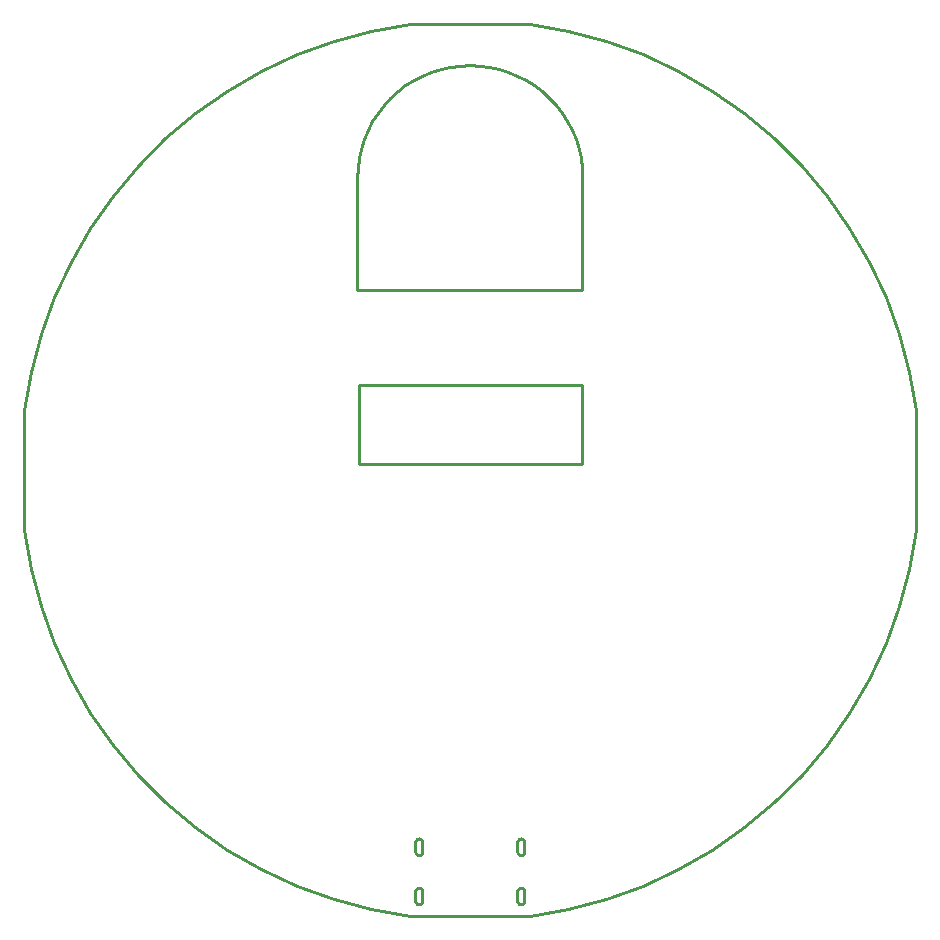
<source format=gbr>
G04 EAGLE Gerber RS-274X export*
G75*
%MOMM*%
%FSLAX34Y34*%
%LPD*%
%IN*%
%IPPOS*%
%AMOC8*
5,1,8,0,0,1.08239X$1,22.5*%
G01*
G04 Define Apertures*
%ADD10C,0.254000*%
D10*
X3402Y330200D02*
X9152Y297588D01*
X17723Y265601D01*
X29049Y234483D01*
X43044Y204471D01*
X59602Y175792D01*
X78596Y148666D01*
X99882Y123298D01*
X123298Y99882D01*
X148666Y78596D01*
X175792Y59602D01*
X204470Y43044D01*
X234483Y29049D01*
X265601Y17723D01*
X297588Y9152D01*
X330200Y3402D01*
X431800Y3402D01*
X464412Y9152D01*
X496399Y17723D01*
X527517Y29049D01*
X557530Y43044D01*
X586208Y59602D01*
X613334Y78596D01*
X638702Y99882D01*
X662118Y123298D01*
X683404Y148666D01*
X702398Y175792D01*
X718956Y204471D01*
X732951Y234483D01*
X744277Y265601D01*
X752848Y297588D01*
X758598Y330200D01*
X758598Y431800D01*
X752848Y464412D01*
X744277Y496399D01*
X732951Y527517D01*
X718956Y557530D01*
X702398Y586208D01*
X683404Y613334D01*
X662118Y638702D01*
X638702Y662118D01*
X613334Y683404D01*
X586208Y702398D01*
X557529Y718956D01*
X527517Y732951D01*
X496399Y744277D01*
X464412Y752848D01*
X431800Y758598D01*
X330200Y758598D01*
X297588Y752848D01*
X265601Y744277D01*
X234483Y732951D01*
X204470Y718956D01*
X175792Y702398D01*
X148666Y683404D01*
X123298Y662118D01*
X99882Y638702D01*
X78596Y613334D01*
X59602Y586208D01*
X43044Y557530D01*
X29049Y527517D01*
X17723Y496399D01*
X9152Y464412D01*
X3402Y431800D01*
X3402Y330200D01*
X285750Y533400D02*
X476250Y533400D01*
X476250Y628650D01*
X475888Y636952D01*
X474803Y645190D01*
X473004Y653303D01*
X470506Y661227D01*
X467326Y668904D01*
X463489Y676275D01*
X459024Y683283D01*
X453966Y689876D01*
X448352Y696002D01*
X442226Y701616D01*
X435633Y706674D01*
X428625Y711139D01*
X421254Y714976D01*
X413577Y718156D01*
X405653Y720654D01*
X397540Y722453D01*
X389302Y723538D01*
X381000Y723900D01*
X372698Y723538D01*
X364460Y722453D01*
X356348Y720654D01*
X348423Y718156D01*
X340746Y714976D01*
X333375Y711139D01*
X326367Y706674D01*
X319774Y701616D01*
X313648Y696002D01*
X308034Y689876D01*
X302976Y683283D01*
X298511Y676275D01*
X294674Y668904D01*
X291494Y661227D01*
X288996Y653303D01*
X287197Y645190D01*
X286112Y636952D01*
X285750Y628650D01*
X285750Y533400D01*
X287020Y386080D02*
X476250Y386080D01*
X476250Y453390D01*
X287020Y453390D01*
X287020Y386080D01*
X334800Y58120D02*
X334811Y57859D01*
X334846Y57599D01*
X334902Y57344D01*
X334981Y57094D01*
X335081Y56852D01*
X335202Y56620D01*
X335343Y56399D01*
X335502Y56192D01*
X335679Y55999D01*
X335872Y55822D01*
X336079Y55663D01*
X336300Y55522D01*
X336532Y55401D01*
X336774Y55301D01*
X337024Y55222D01*
X337279Y55166D01*
X337539Y55131D01*
X337800Y55120D01*
X338061Y55131D01*
X338321Y55166D01*
X338576Y55222D01*
X338826Y55301D01*
X339068Y55401D01*
X339300Y55522D01*
X339521Y55663D01*
X339728Y55822D01*
X339921Y55999D01*
X340098Y56192D01*
X340257Y56399D01*
X340398Y56620D01*
X340519Y56852D01*
X340619Y57094D01*
X340698Y57344D01*
X340754Y57599D01*
X340789Y57859D01*
X340800Y58120D01*
X340800Y66120D01*
X340789Y66381D01*
X340754Y66641D01*
X340698Y66896D01*
X340619Y67146D01*
X340519Y67388D01*
X340398Y67620D01*
X340257Y67841D01*
X340098Y68048D01*
X339921Y68241D01*
X339728Y68418D01*
X339521Y68577D01*
X339300Y68718D01*
X339068Y68839D01*
X338826Y68939D01*
X338576Y69018D01*
X338321Y69074D01*
X338061Y69109D01*
X337800Y69120D01*
X337539Y69109D01*
X337279Y69074D01*
X337024Y69018D01*
X336774Y68939D01*
X336532Y68839D01*
X336300Y68718D01*
X336079Y68577D01*
X335872Y68418D01*
X335679Y68241D01*
X335502Y68048D01*
X335343Y67841D01*
X335202Y67620D01*
X335081Y67388D01*
X334981Y67146D01*
X334902Y66896D01*
X334846Y66641D01*
X334811Y66381D01*
X334800Y66120D01*
X334800Y58120D01*
X421200Y58120D02*
X421211Y57859D01*
X421246Y57599D01*
X421302Y57344D01*
X421381Y57094D01*
X421481Y56852D01*
X421602Y56620D01*
X421743Y56399D01*
X421902Y56192D01*
X422079Y55999D01*
X422272Y55822D01*
X422479Y55663D01*
X422700Y55522D01*
X422932Y55401D01*
X423174Y55301D01*
X423424Y55222D01*
X423679Y55166D01*
X423939Y55131D01*
X424200Y55120D01*
X424461Y55131D01*
X424721Y55166D01*
X424976Y55222D01*
X425226Y55301D01*
X425468Y55401D01*
X425700Y55522D01*
X425921Y55663D01*
X426128Y55822D01*
X426321Y55999D01*
X426498Y56192D01*
X426657Y56399D01*
X426798Y56620D01*
X426919Y56852D01*
X427019Y57094D01*
X427098Y57344D01*
X427154Y57599D01*
X427189Y57859D01*
X427200Y58120D01*
X427200Y66120D01*
X427189Y66381D01*
X427154Y66641D01*
X427098Y66896D01*
X427019Y67146D01*
X426919Y67388D01*
X426798Y67620D01*
X426657Y67841D01*
X426498Y68048D01*
X426321Y68241D01*
X426128Y68418D01*
X425921Y68577D01*
X425700Y68718D01*
X425468Y68839D01*
X425226Y68939D01*
X424976Y69018D01*
X424721Y69074D01*
X424461Y69109D01*
X424200Y69120D01*
X423939Y69109D01*
X423679Y69074D01*
X423424Y69018D01*
X423174Y68939D01*
X422932Y68839D01*
X422700Y68718D01*
X422479Y68577D01*
X422272Y68418D01*
X422079Y68241D01*
X421902Y68048D01*
X421743Y67841D01*
X421602Y67620D01*
X421481Y67388D01*
X421381Y67146D01*
X421302Y66896D01*
X421246Y66641D01*
X421211Y66381D01*
X421200Y66120D01*
X421200Y58120D01*
X421200Y16320D02*
X421211Y16059D01*
X421246Y15799D01*
X421302Y15544D01*
X421381Y15294D01*
X421481Y15052D01*
X421602Y14820D01*
X421743Y14599D01*
X421902Y14392D01*
X422079Y14199D01*
X422272Y14022D01*
X422479Y13863D01*
X422700Y13722D01*
X422932Y13601D01*
X423174Y13501D01*
X423424Y13422D01*
X423679Y13366D01*
X423939Y13331D01*
X424200Y13320D01*
X424461Y13331D01*
X424721Y13366D01*
X424976Y13422D01*
X425226Y13501D01*
X425468Y13601D01*
X425700Y13722D01*
X425921Y13863D01*
X426128Y14022D01*
X426321Y14199D01*
X426498Y14392D01*
X426657Y14599D01*
X426798Y14820D01*
X426919Y15052D01*
X427019Y15294D01*
X427098Y15544D01*
X427154Y15799D01*
X427189Y16059D01*
X427200Y16320D01*
X427200Y24320D01*
X427189Y24581D01*
X427154Y24841D01*
X427098Y25096D01*
X427019Y25346D01*
X426919Y25588D01*
X426798Y25820D01*
X426657Y26041D01*
X426498Y26248D01*
X426321Y26441D01*
X426128Y26618D01*
X425921Y26777D01*
X425700Y26918D01*
X425468Y27039D01*
X425226Y27139D01*
X424976Y27218D01*
X424721Y27274D01*
X424461Y27309D01*
X424200Y27320D01*
X423939Y27309D01*
X423679Y27274D01*
X423424Y27218D01*
X423174Y27139D01*
X422932Y27039D01*
X422700Y26918D01*
X422479Y26777D01*
X422272Y26618D01*
X422079Y26441D01*
X421902Y26248D01*
X421743Y26041D01*
X421602Y25820D01*
X421481Y25588D01*
X421381Y25346D01*
X421302Y25096D01*
X421246Y24841D01*
X421211Y24581D01*
X421200Y24320D01*
X421200Y16320D01*
X334800Y16320D02*
X334811Y16059D01*
X334846Y15799D01*
X334902Y15544D01*
X334981Y15294D01*
X335081Y15052D01*
X335202Y14820D01*
X335343Y14599D01*
X335502Y14392D01*
X335679Y14199D01*
X335872Y14022D01*
X336079Y13863D01*
X336300Y13722D01*
X336532Y13601D01*
X336774Y13501D01*
X337024Y13422D01*
X337279Y13366D01*
X337539Y13331D01*
X337800Y13320D01*
X338061Y13331D01*
X338321Y13366D01*
X338576Y13422D01*
X338826Y13501D01*
X339068Y13601D01*
X339300Y13722D01*
X339521Y13863D01*
X339728Y14022D01*
X339921Y14199D01*
X340098Y14392D01*
X340257Y14599D01*
X340398Y14820D01*
X340519Y15052D01*
X340619Y15294D01*
X340698Y15544D01*
X340754Y15799D01*
X340789Y16059D01*
X340800Y16320D01*
X340800Y24320D01*
X340789Y24581D01*
X340754Y24841D01*
X340698Y25096D01*
X340619Y25346D01*
X340519Y25588D01*
X340398Y25820D01*
X340257Y26041D01*
X340098Y26248D01*
X339921Y26441D01*
X339728Y26618D01*
X339521Y26777D01*
X339300Y26918D01*
X339068Y27039D01*
X338826Y27139D01*
X338576Y27218D01*
X338321Y27274D01*
X338061Y27309D01*
X337800Y27320D01*
X337539Y27309D01*
X337279Y27274D01*
X337024Y27218D01*
X336774Y27139D01*
X336532Y27039D01*
X336300Y26918D01*
X336079Y26777D01*
X335872Y26618D01*
X335679Y26441D01*
X335502Y26248D01*
X335343Y26041D01*
X335202Y25820D01*
X335081Y25588D01*
X334981Y25346D01*
X334902Y25096D01*
X334846Y24841D01*
X334811Y24581D01*
X334800Y24320D01*
X334800Y16320D01*
M02*

</source>
